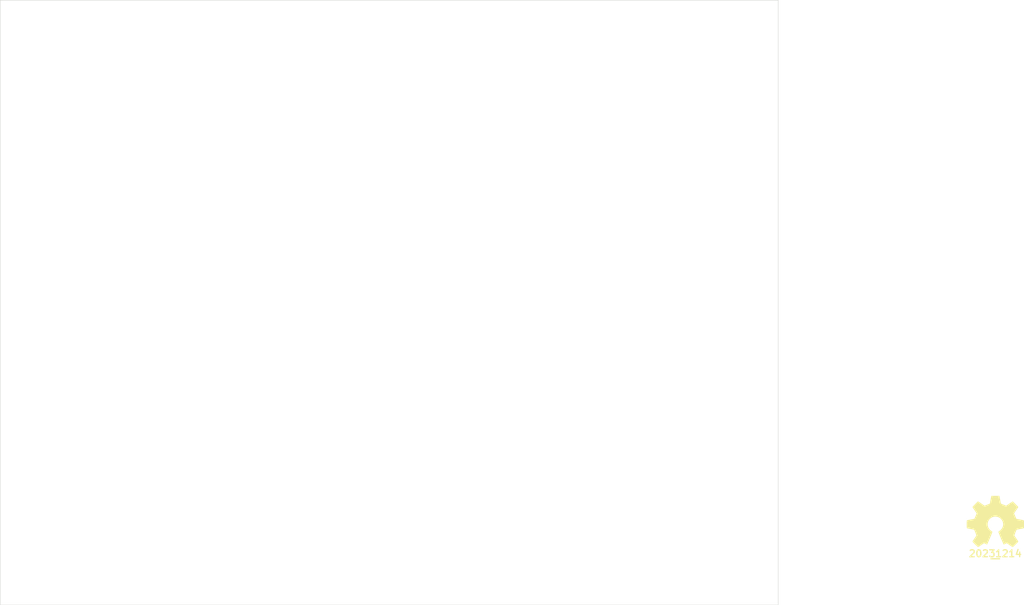
<source format=kicad_pcb>
(kicad_pcb (version 20240108) (generator "pcbnew") (generator_version "8.0")
  (layers (0 "F.Cu" mixed) (31 "B.Cu" mixed) (34 "B.Paste" user) (35 "F.Paste" user) (36 "B.SilkS" user "B.Silkscreen") (37 "F.SilkS" user "F.Silkscreen") (38 "B.Mask" user) (39 "F.Mask" user) (44 "Edge.Cuts" user))
  (net 0 "")
  (footprint "SquantorLabels:Label_Generic" (layer "F.Cu") (at 138.7 91.3)
    (property "Reference" "N1" (hide yes))
    (property "Value" "20231214" (at 0 0 0) (layer "F.SilkS") (effects (font (size 0.8 0.8))))
    (fp_line (start -0.5 0.6) (end 0.5 0.6) (stroke (width 0.15)) (layer "F.SilkS"))
  )
  (footprint "Symbol:OSHW-Symbol_6.7x6mm_SilkScreen" (layer "F.Cu") (at 138.7 87.6)
    (property "Reference" "N2" (hide yes))
    (property "Value" "OHWLOGO" (hide yes))
    (fp_poly (pts (xy 0.555814 -2.531069) (xy 0.639635 -2.086445) (xy 0.94892 -1.958947) (xy 1.258206 -1.831449) (xy 1.629246 -2.083754) (xy 1.733157 -2.154004) (xy 1.827087 -2.216728) (xy 1.906652 -2.269062) (xy 1.96747 -2.308143) (xy 2.005157 -2.331107) (xy 2.015421 -2.336058) (xy 2.03391 -2.323324) (xy 2.07342 -2.288118) (xy 2.129522 -2.234938) (xy 2.197787 -2.168282) (xy 2.273786 -2.092646) (xy 2.353092 -2.012528) (xy 2.431275 -1.932426) (xy 2.503907 -1.856836) (xy 2.566559 -1.790255) (xy 2.614803 -1.737182) (xy 2.64421 -1.702113) (xy 2.651241 -1.690377) (xy 2.641123 -1.66874) (xy 2.612759 -1.621338) (xy 2.569129 -1.552807) (xy 2.513218 -1.467785) (xy 2.448006 -1.370907) (xy 2.410219 -1.31565) (xy 2.341343 -1.214752) (xy 2.28014 -1.123701) (xy 2.229578 -1.04703) (xy 2.192628 -0.989272) (xy 2.172258 -0.954957) (xy 2.169197 -0.947746) (xy 2.176136 -0.927252) (xy 2.195051 -0.879487) (xy 2.223087 -0.811168) (xy 2.257391 -0.729011) (xy 2.295109 -0.63973) (xy 2.333387 -0.550042) (xy 2.36937 -0.466662) (xy 2.400206 -0.396306) (xy 2.423039 -0.34569) (xy 2.435017 -0.321529) (xy 2.435724 -0.320578) (xy 2.454531 -0.315964) (xy 2.504618 -0.305672) (xy 2.580793 -0.290713) (xy 2.677865 -0.272099) (xy 2.790643 -0.250841) (xy 2.856442 -0.238582) (xy 2.97695 -0.215638) (xy 3.085797 -0.193805) (xy 3.177476 -0.174278) (xy 3.246481 -0.158252) (xy 3.287304 -0.146921) (xy 3.295511 -0.143326) (xy 3.303548 -0.118994) (xy 3.310033 -0.064041) (xy 3.31497 0.015108) (xy 3.318364 0.112026) (xy 3.320218 0.220287) (xy 3.320538 0.333465) (xy 3.319327 0.445135) (xy 3.31659 0.548868) (xy 3.312331 0.638241) (xy 3.306555 0.706826) (xy 3.299267 0.748197) (xy 3.294895 0.75681) (xy 3.268764 0.767133) (xy 3.213393 0.781892) (xy 3.136107 0.799352) (xy 3.04423 0.81778) (xy 3.012158 0.823741) (xy 2.857524 0.852066) (xy 2.735375 0.874876) (xy 2.641673 0.89308) (xy 2.572384 0.907583) (xy 2.523471 0.919292) (xy 2.490897 0.929115) (xy 2.470628 0.937956) (xy 2.458626 0.946724) (xy 2.456947 0.948457) (xy 2.440184 0.976371) (xy 2.414614 1.030695) (xy 2.382788 1.104777) (xy 2.34726 1.191965) (xy 2.310583 1.285608) (xy 2.275311 1.379052) (xy 2.243996 1.465647) (xy 2.219193 1.53874) (xy 2.203454 1.591678) (xy 2.199332 1.617811) (xy 2.199676 1.618726) (xy 2.213641 1.640086) (xy 2.245322 1.687084) (xy 2.291391 1.754827) (xy 2.348518 1.838423) (xy 2.413373 1.932982) (xy 2.431843 1.959854) (xy 2.497699 2.057275) (xy 2.55565 2.146163) (xy 2.602538 2.221412) (xy 2.635207 2.27792) (xy 2.6505 2.310581) (xy 2.651241 2.314593) (xy 2.638392 2.335684) (xy 2.602888 2.377464) (xy 2.549293 2.435445) (xy 2.482171 2.505135) (xy 2.406087 2.582045) (xy 2.325604 2.661683) (xy 2.245287 2.739561) (xy 2.169699 2.811186) (xy 2.103405 2.87207) (xy 2.050969 2.917721) (xy 2.016955 2.94365) (xy 2.007545 2.947883) (xy 1.985643 2.937912) (xy 1.9408 2.91102) (xy 1.880321 2.871736) (xy 1.833789 2.840117) (xy 1.749475 2.782098) (xy 1.649626 2.713784) (xy 1.549473 2.645579) (xy 1.495627 2.609075) (xy 1.313371 2.4858) (xy 1.160381 2.56852) (xy 1.090682 2.604759) (xy 1.031414 2.632926) (xy 0.991311 2.648991) (xy 0.981103 2.651226) (xy 0.968829 2.634722) (xy 0.944613 2.588082) (xy 0.910263 2.515609) (xy 0.867588 2.421606) (xy 0.818394 2.310374) (xy 0.76449 2.186215) (xy 0.707684 2.053432) (xy 0.649782 1.916327) (xy 0.592593 1.779202) (xy 0.537924 1.646358) (xy 0.487584 1.522098) (xy 0.44338 1.410725) (xy 0.407119 1.316539) (xy 0.380609 1.243844) (xy 0.365658 1.196941) (xy 0.363254 1.180833) (xy 0.382311 1.160286) (xy 0.424036 1.126933) (xy 0.479706 1.087702) (xy 0.484378 1.084599) (xy 0.628264 0.969423) (xy 0.744283 0.835053) (xy 0.83143 0.685784) (xy 0.888699 0.525913) (xy 0.915086 0.359737) (xy 0.909585 0.191552) (xy 0.87119 0.025655) (xy 0.798895 -0.133658) (xy 0.777626 -0.168513) (xy 0.666996 -0.309263) (xy 0.536302 -0.422286) (xy 0.390064 -0.506997) (xy 0.232808 -0.562806) (xy 0.069057 -0.589126) (xy -0.096667 -0.58537) (xy -0.259838 -0.55095) (xy -0.415935 -0.485277) (xy -0.560433 -0.387765) (xy -0.605131 -0.348187) (xy -0.718888 -0.224297) (xy -0.801782 -0.093876) (xy -0.858644 0.052315) (xy -0.890313 0.197088) (xy -0.898131 0.35986) (xy -0.872062 0.52344) (xy -0.814755 0.682298) (xy -0.728856 0.830906) (xy -0.617014 0.963735) (xy -0.481877 1.075256) (xy -0.464117 1.087011) (xy -0.40785 1.125508) (xy -0.365077 1.158863) (xy -0.344628 1.18016) (xy -0.344331 1.180833) (xy -0.348721 1.203871) (xy -0.366124 1.256157) (xy -0.394732 1.33339) (xy -0.432735 1.431268) (xy -0.478326 1.545491) (xy -0.529697 1.671758) (xy -0.585038 1.805767) (xy -0.642542 1.943218) (xy -0.700399 2.079808) (xy -0.756802 2.211237) (xy -0.809942 2.333205) (xy -0.85801 2.441409) (xy -0.899199 2.531549) (xy -0.931699 2.599323) (xy -0.953703 2.64043) (xy -0.962564 2.651226) (xy -0.98964 2.642819) (xy -1.040303 2.620272) (xy -1.105817 2.587613) (xy -1.141841 2.56852) (xy -1.294832 2.4858) (xy -1.477088 2.609075) (xy -1.570125 2.672228) (xy -1.671985 2.741727) (xy -1.767438 2.807165) (xy -1.81525 2.840117) (xy -1.882495 2.885273) (xy -1.939436 2.921057) (xy -1.978646 2.942938) (xy -1.991381 2.947563) (xy -2.009917 2.935085) (xy -2.050941 2.900252) (xy -2.110475 2.846678) (xy -2.184542 2.777983) (xy -2.269165 2.697781) (xy -2.322685 2.646286) (xy -2.416319 2.554286) (xy -2.497241 2.471999) (xy -2.562177 2.402945) (xy -2.607858 2.350644) (xy -2.631011 2.318616) (xy -2.633232 2.312116) (xy -2.622924 2.287394) (xy -2.594439 2.237405) (xy -2.550937 2.167212) (xy -2.495577 2.081875) (xy -2.43152 1.986456) (xy -2.413303 1.959854) (xy -2.346927 1.863167) (xy -2.287378 1.776117) (xy -2.237984 1.703595) (xy -2.202075 1.650493) (xy -2.182981 1.621703) (xy -2.181136 1.618726) (xy -2.183895 1.595782) (xy -2.198538 1.545336) (xy -2.222513 1.474041) (xy -2.253266 1.388547) (xy -2.288244 1.295507) (xy -2.324893 1.201574) (xy -2.360661 1.113399) (xy -2.392994 1.037634) (xy -2.419338 0.980931) (xy -2.437142 0.949943) (xy -2.438407 0.948457) (xy -2.449294 0.939601) (xy -2.467682 0.930843) (xy -2.497606 0.921277) (xy -2.543103 0.909996) (xy -2.608209 0.896093) (xy -2.696961 0.878663) (xy -2.813393 0.856798) (xy -2.961542 0.829591) (xy -2.993618 0.823741) (xy -3.088686 0.805374) (xy -3.171565 0.787405) (xy -3.23493 0.771569) (xy -3.271458 0.7596) (xy -3.276356 0.75681) (xy -3.284427 0.732072) (xy -3.290987 0.67679) (xy -3.296033 0.597389) (xy -3.299559 0.500296) (xy -3.301561 0.391938) (xy -3.302036 0.27874) (xy -3.300977 0.167128) (xy -3.298382 0.063529) (xy -3.294246 -0.025632) (xy -3.288563 -0.093928) (xy -3.281331 -0.134934) (xy -3.276971 -0.143326) (xy -3.252698 -0.151792) (xy -3.197426 -0.165565) (xy -3.116662 -0.18345) (xy -3.015912 -0.204252) (xy -2.900683 -0.226777) (xy -2.837902 -0.238582) (xy -2.718787 -0.260849) (xy -2.612565 -0.281021) (xy -2.524427 -0.298085) (xy -2.459566 -0.311031) (xy -2.423174 -0.318845) (xy -2.417184 -0.320578) (xy -2.407061 -0.34011) (xy -2.385662 -0.387157) (xy -2.355839 -0.454997) (xy -2.320445 -0.536909) (xy -2.282332 -0.626172) (xy -2.244353 -0.716065) (xy -2.20936 -0.799865) (xy -2.180206 -0.870853) (xy -2.159743 -0.922306) (xy -2.150823 -0.947503) (xy -2.150657 -0.948604) (xy -2.160769 -0.968481) (xy -2.189117 -1.014223) (xy -2.232723 -1.081283) (xy -2.288606 -1.165116) (xy -2.353787 -1.261174) (xy -2.391679 -1.31635) (xy -2.460725 -1.417519) (xy -2.52205 -1.50937) (xy -2.572663 -1.587256) (xy -2.609571 -1.646531) (xy -2.629782 -1.682549) (xy -2.632701 -1.690623) (xy -2.620153 -1.709416) (xy -2.585463 -1.749543) (xy -2.533063 -1.806507) (xy -2.467384 -1.875815) (xy -2.392856 -1.952969) (xy -2.313913 -2.033475) (xy -2.234983 -2.112837) (xy -2.1605 -2.18656) (xy -2.094894 -2.250148) (xy -2.042596 -2.299106) (xy -2.008039 -2.328939) (xy -1.996478 -2.336058) (xy -1.977654 -2.326047) (xy -1.932631 -2.297922) (xy -1.865787 -2.254546) (xy -1.781499 -2.198782) (xy -1.684144 -2.133494) (xy -1.610707 -2.083754) (xy -1.239667 -1.831449) (xy -0.621095 -2.086445) (xy -0.537275 -2.531069) (xy -0.453454 -2.975693) (xy 0.471994 -2.975693) (xy 0.555814 -2.531069)) (stroke (width 0.01)) (fill solid) (layer "F.SilkS"))
  )
  (gr_line (start 113.58 27.23) (end 113.58 97.23) (stroke (width 0.05)) (layer "Edge.Cuts"))
  (gr_line (start 23.58 97.23) (end 113.58 97.23) (stroke (width 0.05)) (layer "Edge.Cuts"))
  (gr_line (start 23.58 27.23) (end 23.58 97.23) (stroke (width 0.05)) (layer "Edge.Cuts"))
  (gr_line (start 23.58 27.23) (end 113.58 27.23) (stroke (width 0.05)) (layer "Edge.Cuts"))
)
</source>
